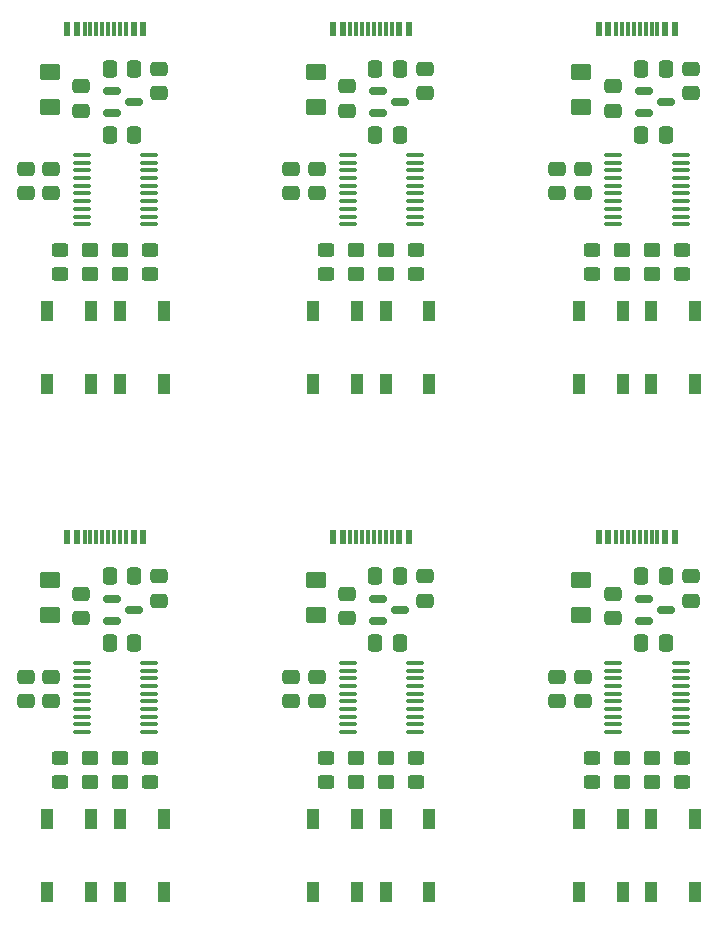
<source format=gbr>
%TF.GenerationSoftware,KiCad,Pcbnew,(6.0.8)*%
%TF.CreationDate,2023-05-03T14:57:18+02:00*%
%TF.ProjectId,Floppy Board v3.1,466c6f70-7079-4204-926f-617264207633,3.0*%
%TF.SameCoordinates,Original*%
%TF.FileFunction,Paste,Top*%
%TF.FilePolarity,Positive*%
%FSLAX46Y46*%
G04 Gerber Fmt 4.6, Leading zero omitted, Abs format (unit mm)*
G04 Created by KiCad (PCBNEW (6.0.8)) date 2023-05-03 14:57:18*
%MOMM*%
%LPD*%
G01*
G04 APERTURE LIST*
G04 Aperture macros list*
%AMRoundRect*
0 Rectangle with rounded corners*
0 $1 Rounding radius*
0 $2 $3 $4 $5 $6 $7 $8 $9 X,Y pos of 4 corners*
0 Add a 4 corners polygon primitive as box body*
4,1,4,$2,$3,$4,$5,$6,$7,$8,$9,$2,$3,0*
0 Add four circle primitives for the rounded corners*
1,1,$1+$1,$2,$3*
1,1,$1+$1,$4,$5*
1,1,$1+$1,$6,$7*
1,1,$1+$1,$8,$9*
0 Add four rect primitives between the rounded corners*
20,1,$1+$1,$2,$3,$4,$5,0*
20,1,$1+$1,$4,$5,$6,$7,0*
20,1,$1+$1,$6,$7,$8,$9,0*
20,1,$1+$1,$8,$9,$2,$3,0*%
G04 Aperture macros list end*
%ADD10RoundRect,0.250000X-0.475000X0.337500X-0.475000X-0.337500X0.475000X-0.337500X0.475000X0.337500X0*%
%ADD11RoundRect,0.250000X0.450000X-0.350000X0.450000X0.350000X-0.450000X0.350000X-0.450000X-0.350000X0*%
%ADD12RoundRect,0.250001X-0.624999X0.462499X-0.624999X-0.462499X0.624999X-0.462499X0.624999X0.462499X0*%
%ADD13RoundRect,0.250000X0.475000X-0.337500X0.475000X0.337500X-0.475000X0.337500X-0.475000X-0.337500X0*%
%ADD14RoundRect,0.150000X-0.587500X-0.150000X0.587500X-0.150000X0.587500X0.150000X-0.587500X0.150000X0*%
%ADD15RoundRect,0.100000X-0.637500X-0.100000X0.637500X-0.100000X0.637500X0.100000X-0.637500X0.100000X0*%
%ADD16RoundRect,0.250000X0.337500X0.475000X-0.337500X0.475000X-0.337500X-0.475000X0.337500X-0.475000X0*%
%ADD17R,0.600000X1.150000*%
%ADD18R,0.300000X1.150000*%
%ADD19R,1.100000X1.800000*%
%ADD20RoundRect,0.250000X0.450000X-0.325000X0.450000X0.325000X-0.450000X0.325000X-0.450000X-0.325000X0*%
%ADD21RoundRect,0.250000X-0.450000X0.350000X-0.450000X-0.350000X0.450000X-0.350000X0.450000X0.350000X0*%
G04 APERTURE END LIST*
D10*
%TO.C,C1*%
X155321000Y-113640500D03*
X155321000Y-115715500D03*
%TD*%
%TO.C,C7*%
X166624000Y-105156900D03*
X166624000Y-107231900D03*
%TD*%
D11*
%TO.C,R4*%
X163307000Y-122536000D03*
X163307000Y-120536000D03*
%TD*%
D12*
%TO.C,F1*%
X157378400Y-105418100D03*
X157378400Y-108393100D03*
%TD*%
D13*
%TO.C,C5*%
X160020000Y-108705100D03*
X160020000Y-106630100D03*
%TD*%
D14*
%TO.C,U3*%
X162638500Y-107022400D03*
X162638500Y-108922400D03*
X164513500Y-107972400D03*
%TD*%
D15*
%TO.C,U1*%
X160078500Y-112481000D03*
X160078500Y-113131000D03*
X160078500Y-113781000D03*
X160078500Y-114431000D03*
X160078500Y-115081000D03*
X160078500Y-115731000D03*
X160078500Y-116381000D03*
X160078500Y-117031000D03*
X160078500Y-117681000D03*
X160078500Y-118331000D03*
X165803500Y-118331000D03*
X165803500Y-117681000D03*
X165803500Y-117031000D03*
X165803500Y-116381000D03*
X165803500Y-115731000D03*
X165803500Y-115081000D03*
X165803500Y-114431000D03*
X165803500Y-113781000D03*
X165803500Y-113131000D03*
X165803500Y-112481000D03*
%TD*%
D16*
%TO.C,C6*%
X164508000Y-105153000D03*
X162433000Y-105153000D03*
%TD*%
D10*
%TO.C,C2*%
X157480000Y-113640500D03*
X157480000Y-115715500D03*
%TD*%
D17*
%TO.C,J2*%
X165257000Y-101805500D03*
X164457000Y-101805500D03*
D18*
X163807000Y-101805500D03*
X163307000Y-101805500D03*
X162807000Y-101805500D03*
X162307000Y-101805500D03*
X161807000Y-101805500D03*
X161307000Y-101805500D03*
X160807000Y-101805500D03*
X160307000Y-101805500D03*
D17*
X159657000Y-101805500D03*
X158857000Y-101805500D03*
%TD*%
D19*
%TO.C,SW2*%
X157154000Y-125700400D03*
X157154000Y-131900400D03*
X160854000Y-125700400D03*
X160854000Y-131900400D03*
%TD*%
D20*
%TO.C,D2*%
X165862000Y-122561000D03*
X165862000Y-120511000D03*
%TD*%
%TO.C,D4*%
X158242000Y-122561000D03*
X158242000Y-120511000D03*
%TD*%
D16*
%TO.C,C4*%
X164511900Y-110766400D03*
X162436900Y-110766400D03*
%TD*%
D21*
%TO.C,R5*%
X160797000Y-120536000D03*
X160797000Y-122536000D03*
%TD*%
D19*
%TO.C,SW1*%
X167000800Y-131900400D03*
X167000800Y-125700400D03*
X163300800Y-125700400D03*
X163300800Y-131900400D03*
%TD*%
D10*
%TO.C,C1*%
X155321000Y-70640500D03*
X155321000Y-72715500D03*
%TD*%
%TO.C,C7*%
X166624000Y-62156900D03*
X166624000Y-64231900D03*
%TD*%
D11*
%TO.C,R4*%
X163307000Y-79536000D03*
X163307000Y-77536000D03*
%TD*%
D12*
%TO.C,F1*%
X157378400Y-62418100D03*
X157378400Y-65393100D03*
%TD*%
D13*
%TO.C,C5*%
X160020000Y-65705100D03*
X160020000Y-63630100D03*
%TD*%
D14*
%TO.C,U3*%
X162638500Y-64022400D03*
X162638500Y-65922400D03*
X164513500Y-64972400D03*
%TD*%
D15*
%TO.C,U1*%
X160078500Y-69481000D03*
X160078500Y-70131000D03*
X160078500Y-70781000D03*
X160078500Y-71431000D03*
X160078500Y-72081000D03*
X160078500Y-72731000D03*
X160078500Y-73381000D03*
X160078500Y-74031000D03*
X160078500Y-74681000D03*
X160078500Y-75331000D03*
X165803500Y-75331000D03*
X165803500Y-74681000D03*
X165803500Y-74031000D03*
X165803500Y-73381000D03*
X165803500Y-72731000D03*
X165803500Y-72081000D03*
X165803500Y-71431000D03*
X165803500Y-70781000D03*
X165803500Y-70131000D03*
X165803500Y-69481000D03*
%TD*%
D16*
%TO.C,C6*%
X164508000Y-62153000D03*
X162433000Y-62153000D03*
%TD*%
D10*
%TO.C,C2*%
X157480000Y-70640500D03*
X157480000Y-72715500D03*
%TD*%
D17*
%TO.C,J2*%
X165257000Y-58805500D03*
X164457000Y-58805500D03*
D18*
X163807000Y-58805500D03*
X163307000Y-58805500D03*
X162807000Y-58805500D03*
X162307000Y-58805500D03*
X161807000Y-58805500D03*
X161307000Y-58805500D03*
X160807000Y-58805500D03*
X160307000Y-58805500D03*
D17*
X159657000Y-58805500D03*
X158857000Y-58805500D03*
%TD*%
D19*
%TO.C,SW2*%
X157154000Y-82700400D03*
X157154000Y-88900400D03*
X160854000Y-82700400D03*
X160854000Y-88900400D03*
%TD*%
D20*
%TO.C,D2*%
X165862000Y-79561000D03*
X165862000Y-77511000D03*
%TD*%
%TO.C,D4*%
X158242000Y-79561000D03*
X158242000Y-77511000D03*
%TD*%
D16*
%TO.C,C4*%
X164511900Y-67766400D03*
X162436900Y-67766400D03*
%TD*%
D21*
%TO.C,R5*%
X160797000Y-77536000D03*
X160797000Y-79536000D03*
%TD*%
D19*
%TO.C,SW1*%
X167000800Y-88900400D03*
X167000800Y-82700400D03*
X163300800Y-82700400D03*
X163300800Y-88900400D03*
%TD*%
D10*
%TO.C,C1*%
X132821000Y-113640500D03*
X132821000Y-115715500D03*
%TD*%
%TO.C,C7*%
X144124000Y-105156900D03*
X144124000Y-107231900D03*
%TD*%
D11*
%TO.C,R4*%
X140807000Y-122536000D03*
X140807000Y-120536000D03*
%TD*%
D12*
%TO.C,F1*%
X134878400Y-105418100D03*
X134878400Y-108393100D03*
%TD*%
D13*
%TO.C,C5*%
X137520000Y-108705100D03*
X137520000Y-106630100D03*
%TD*%
D14*
%TO.C,U3*%
X140138500Y-107022400D03*
X140138500Y-108922400D03*
X142013500Y-107972400D03*
%TD*%
D15*
%TO.C,U1*%
X137578500Y-112481000D03*
X137578500Y-113131000D03*
X137578500Y-113781000D03*
X137578500Y-114431000D03*
X137578500Y-115081000D03*
X137578500Y-115731000D03*
X137578500Y-116381000D03*
X137578500Y-117031000D03*
X137578500Y-117681000D03*
X137578500Y-118331000D03*
X143303500Y-118331000D03*
X143303500Y-117681000D03*
X143303500Y-117031000D03*
X143303500Y-116381000D03*
X143303500Y-115731000D03*
X143303500Y-115081000D03*
X143303500Y-114431000D03*
X143303500Y-113781000D03*
X143303500Y-113131000D03*
X143303500Y-112481000D03*
%TD*%
D16*
%TO.C,C6*%
X142008000Y-105153000D03*
X139933000Y-105153000D03*
%TD*%
D10*
%TO.C,C2*%
X134980000Y-113640500D03*
X134980000Y-115715500D03*
%TD*%
D17*
%TO.C,J2*%
X142757000Y-101805500D03*
X141957000Y-101805500D03*
D18*
X141307000Y-101805500D03*
X140807000Y-101805500D03*
X140307000Y-101805500D03*
X139807000Y-101805500D03*
X139307000Y-101805500D03*
X138807000Y-101805500D03*
X138307000Y-101805500D03*
X137807000Y-101805500D03*
D17*
X137157000Y-101805500D03*
X136357000Y-101805500D03*
%TD*%
D19*
%TO.C,SW2*%
X134654000Y-125700400D03*
X134654000Y-131900400D03*
X138354000Y-125700400D03*
X138354000Y-131900400D03*
%TD*%
D20*
%TO.C,D2*%
X143362000Y-122561000D03*
X143362000Y-120511000D03*
%TD*%
%TO.C,D4*%
X135742000Y-122561000D03*
X135742000Y-120511000D03*
%TD*%
D16*
%TO.C,C4*%
X142011900Y-110766400D03*
X139936900Y-110766400D03*
%TD*%
D21*
%TO.C,R5*%
X138297000Y-120536000D03*
X138297000Y-122536000D03*
%TD*%
D19*
%TO.C,SW1*%
X144500800Y-131900400D03*
X144500800Y-125700400D03*
X140800800Y-125700400D03*
X140800800Y-131900400D03*
%TD*%
D10*
%TO.C,C1*%
X132821000Y-70640500D03*
X132821000Y-72715500D03*
%TD*%
%TO.C,C7*%
X144124000Y-62156900D03*
X144124000Y-64231900D03*
%TD*%
D11*
%TO.C,R4*%
X140807000Y-79536000D03*
X140807000Y-77536000D03*
%TD*%
D12*
%TO.C,F1*%
X134878400Y-62418100D03*
X134878400Y-65393100D03*
%TD*%
D13*
%TO.C,C5*%
X137520000Y-65705100D03*
X137520000Y-63630100D03*
%TD*%
D14*
%TO.C,U3*%
X140138500Y-64022400D03*
X140138500Y-65922400D03*
X142013500Y-64972400D03*
%TD*%
D15*
%TO.C,U1*%
X137578500Y-69481000D03*
X137578500Y-70131000D03*
X137578500Y-70781000D03*
X137578500Y-71431000D03*
X137578500Y-72081000D03*
X137578500Y-72731000D03*
X137578500Y-73381000D03*
X137578500Y-74031000D03*
X137578500Y-74681000D03*
X137578500Y-75331000D03*
X143303500Y-75331000D03*
X143303500Y-74681000D03*
X143303500Y-74031000D03*
X143303500Y-73381000D03*
X143303500Y-72731000D03*
X143303500Y-72081000D03*
X143303500Y-71431000D03*
X143303500Y-70781000D03*
X143303500Y-70131000D03*
X143303500Y-69481000D03*
%TD*%
D16*
%TO.C,C6*%
X142008000Y-62153000D03*
X139933000Y-62153000D03*
%TD*%
D10*
%TO.C,C2*%
X134980000Y-70640500D03*
X134980000Y-72715500D03*
%TD*%
D17*
%TO.C,J2*%
X142757000Y-58805500D03*
X141957000Y-58805500D03*
D18*
X141307000Y-58805500D03*
X140807000Y-58805500D03*
X140307000Y-58805500D03*
X139807000Y-58805500D03*
X139307000Y-58805500D03*
X138807000Y-58805500D03*
X138307000Y-58805500D03*
X137807000Y-58805500D03*
D17*
X137157000Y-58805500D03*
X136357000Y-58805500D03*
%TD*%
D19*
%TO.C,SW2*%
X134654000Y-82700400D03*
X134654000Y-88900400D03*
X138354000Y-82700400D03*
X138354000Y-88900400D03*
%TD*%
D20*
%TO.C,D2*%
X143362000Y-79561000D03*
X143362000Y-77511000D03*
%TD*%
%TO.C,D4*%
X135742000Y-79561000D03*
X135742000Y-77511000D03*
%TD*%
D16*
%TO.C,C4*%
X142011900Y-67766400D03*
X139936900Y-67766400D03*
%TD*%
D21*
%TO.C,R5*%
X138297000Y-77536000D03*
X138297000Y-79536000D03*
%TD*%
D19*
%TO.C,SW1*%
X144500800Y-88900400D03*
X144500800Y-82700400D03*
X140800800Y-82700400D03*
X140800800Y-88900400D03*
%TD*%
D10*
%TO.C,C1*%
X110321000Y-113640500D03*
X110321000Y-115715500D03*
%TD*%
%TO.C,C7*%
X121624000Y-105156900D03*
X121624000Y-107231900D03*
%TD*%
D11*
%TO.C,R4*%
X118307000Y-122536000D03*
X118307000Y-120536000D03*
%TD*%
D12*
%TO.C,F1*%
X112378400Y-105418100D03*
X112378400Y-108393100D03*
%TD*%
D13*
%TO.C,C5*%
X115020000Y-108705100D03*
X115020000Y-106630100D03*
%TD*%
D14*
%TO.C,U3*%
X117638500Y-107022400D03*
X117638500Y-108922400D03*
X119513500Y-107972400D03*
%TD*%
D15*
%TO.C,U1*%
X115078500Y-112481000D03*
X115078500Y-113131000D03*
X115078500Y-113781000D03*
X115078500Y-114431000D03*
X115078500Y-115081000D03*
X115078500Y-115731000D03*
X115078500Y-116381000D03*
X115078500Y-117031000D03*
X115078500Y-117681000D03*
X115078500Y-118331000D03*
X120803500Y-118331000D03*
X120803500Y-117681000D03*
X120803500Y-117031000D03*
X120803500Y-116381000D03*
X120803500Y-115731000D03*
X120803500Y-115081000D03*
X120803500Y-114431000D03*
X120803500Y-113781000D03*
X120803500Y-113131000D03*
X120803500Y-112481000D03*
%TD*%
D16*
%TO.C,C6*%
X119508000Y-105153000D03*
X117433000Y-105153000D03*
%TD*%
D10*
%TO.C,C2*%
X112480000Y-113640500D03*
X112480000Y-115715500D03*
%TD*%
D17*
%TO.C,J2*%
X120257000Y-101805500D03*
X119457000Y-101805500D03*
D18*
X118807000Y-101805500D03*
X118307000Y-101805500D03*
X117807000Y-101805500D03*
X117307000Y-101805500D03*
X116807000Y-101805500D03*
X116307000Y-101805500D03*
X115807000Y-101805500D03*
X115307000Y-101805500D03*
D17*
X114657000Y-101805500D03*
X113857000Y-101805500D03*
%TD*%
D19*
%TO.C,SW2*%
X112154000Y-125700400D03*
X112154000Y-131900400D03*
X115854000Y-125700400D03*
X115854000Y-131900400D03*
%TD*%
D20*
%TO.C,D2*%
X120862000Y-122561000D03*
X120862000Y-120511000D03*
%TD*%
%TO.C,D4*%
X113242000Y-122561000D03*
X113242000Y-120511000D03*
%TD*%
D16*
%TO.C,C4*%
X119511900Y-110766400D03*
X117436900Y-110766400D03*
%TD*%
D21*
%TO.C,R5*%
X115797000Y-120536000D03*
X115797000Y-122536000D03*
%TD*%
D19*
%TO.C,SW1*%
X122000800Y-131900400D03*
X122000800Y-125700400D03*
X118300800Y-125700400D03*
X118300800Y-131900400D03*
%TD*%
D20*
%TO.C,D4*%
X113242000Y-79561000D03*
X113242000Y-77511000D03*
%TD*%
D10*
%TO.C,C1*%
X110321000Y-70640500D03*
X110321000Y-72715500D03*
%TD*%
D19*
%TO.C,SW1*%
X122000800Y-88900400D03*
X122000800Y-82700400D03*
X118300800Y-82700400D03*
X118300800Y-88900400D03*
%TD*%
D21*
%TO.C,R5*%
X115797000Y-77536000D03*
X115797000Y-79536000D03*
%TD*%
D16*
%TO.C,C4*%
X119511900Y-67766400D03*
X117436900Y-67766400D03*
%TD*%
%TO.C,C6*%
X119508000Y-62153000D03*
X117433000Y-62153000D03*
%TD*%
D20*
%TO.C,D2*%
X120862000Y-79561000D03*
X120862000Y-77511000D03*
%TD*%
D11*
%TO.C,R4*%
X118307000Y-79536000D03*
X118307000Y-77536000D03*
%TD*%
D19*
%TO.C,SW2*%
X112154000Y-82700400D03*
X112154000Y-88900400D03*
X115854000Y-82700400D03*
X115854000Y-88900400D03*
%TD*%
D13*
%TO.C,C5*%
X115020000Y-65705100D03*
X115020000Y-63630100D03*
%TD*%
D12*
%TO.C,F1*%
X112378400Y-62418100D03*
X112378400Y-65393100D03*
%TD*%
D10*
%TO.C,C2*%
X112480000Y-70640500D03*
X112480000Y-72715500D03*
%TD*%
D17*
%TO.C,J2*%
X120257000Y-58805500D03*
X119457000Y-58805500D03*
D18*
X118807000Y-58805500D03*
X118307000Y-58805500D03*
X117807000Y-58805500D03*
X117307000Y-58805500D03*
X116807000Y-58805500D03*
X116307000Y-58805500D03*
X115807000Y-58805500D03*
X115307000Y-58805500D03*
D17*
X114657000Y-58805500D03*
X113857000Y-58805500D03*
%TD*%
D14*
%TO.C,U3*%
X117638500Y-64022400D03*
X117638500Y-65922400D03*
X119513500Y-64972400D03*
%TD*%
D10*
%TO.C,C7*%
X121624000Y-62156900D03*
X121624000Y-64231900D03*
%TD*%
D15*
%TO.C,U1*%
X115078500Y-69481000D03*
X115078500Y-70131000D03*
X115078500Y-70781000D03*
X115078500Y-71431000D03*
X115078500Y-72081000D03*
X115078500Y-72731000D03*
X115078500Y-73381000D03*
X115078500Y-74031000D03*
X115078500Y-74681000D03*
X115078500Y-75331000D03*
X120803500Y-75331000D03*
X120803500Y-74681000D03*
X120803500Y-74031000D03*
X120803500Y-73381000D03*
X120803500Y-72731000D03*
X120803500Y-72081000D03*
X120803500Y-71431000D03*
X120803500Y-70781000D03*
X120803500Y-70131000D03*
X120803500Y-69481000D03*
%TD*%
M02*

</source>
